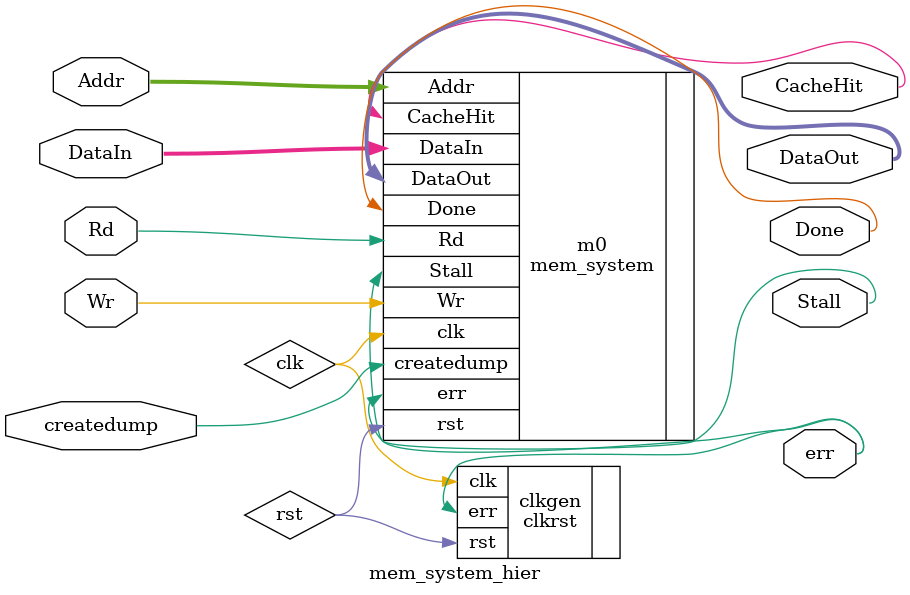
<source format=v>
/* $Author: karu $ */
/* $LastChangedDate: 2009-04-24 09:28:13 -0500 (Fri, 24 Apr 2009) $ */
/* $Rev: 77 $ */

module mem_system_hier(/*AUTOARG*/
   // Outputs
   DataOut, Done, Stall, CacheHit, err,
   // Inputs
   Addr, DataIn, Rd, Wr, createdump
   );
   
   
   input [15:0] Addr;
   input [15:0] DataIn;
   input        Rd;
   input        Wr;
   input        createdump;
   
   output [15:0] DataOut;
   output Done;
   output Stall;
   output CacheHit;

   /* data_mem = 1, inst_mem = 0 *
    * needed for cache parameter */
   parameter mem_type = 0;


   /*AUTOWIRE*/
   // Beginning of automatic wires (for undeclared instantiated-module outputs)
   output                 err;                    // From m0 of mem_system.v
   // End of automatics

   clkrst clkgen(.clk(clk),
                 .rst(rst),
                 .err(err) );
   // For now force to be data memory all the time
   // Does not matter until you hook this up into your final processor
   
   mem_system #(mem_type) m0(/*AUTOINST*/
                      // Outputs
                      .DataOut          (DataOut[15:0]),
                      .Done             (Done),
                      .Stall            (Stall),
                      .CacheHit         (CacheHit),
                      .err              (err),
                      // Inputs
                      .Addr             (Addr[15:0]),
                      .DataIn           (DataIn[15:0]),
                      .Rd               (Rd),
                      .Wr               (Wr),
                      .createdump       (createdump),
                      .clk              (clk),
                      .rst              (rst));
   
endmodule // mem_system_hier
// DUMMY LINE FOR REV CONTROL :9:

</source>
